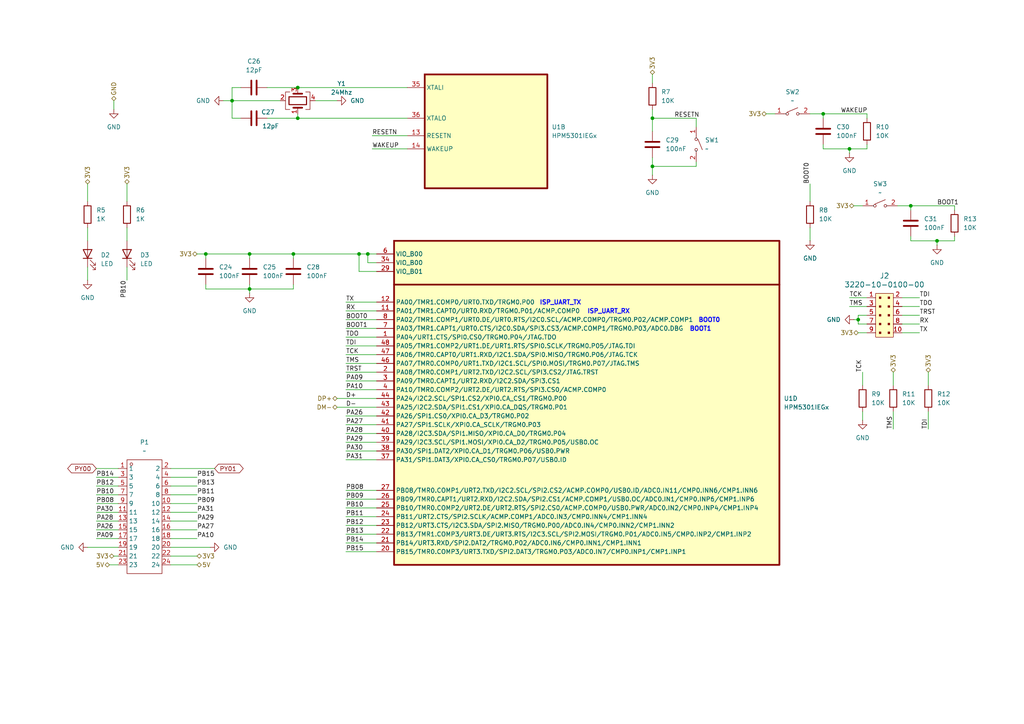
<source format=kicad_sch>
(kicad_sch (version 20250114) (generator "eeschema") (generator_version "9.0")
  (paper "A4")
  (title_block (title "HPM5301") (date "2025-10-19") (rev "V1.0") (company "GU2188"))
  (lib_symbols
    (symbol "Device:C" (pin_numbers (hide yes)) (pin_names (offset 0.254))
      (property "Reference" "C" (at 0.635 2.54 0))
      (property "Value" "C" (at 0.635 -2.54 0))
      (symbol "C_0_1"
        (polyline (pts (xy -2.032 0.762) (xy 2.032 0.762)) (stroke (width 0.508)))
        (polyline (pts (xy -2.032 -0.762) (xy 2.032 -0.762)) (stroke (width 0.508)))
      )
      (symbol "C_1_1"
        (pin passive line (at 0 3.81 270) (length 2.794) (name "~") (number "1"))
        (pin passive line (at 0 -3.81 90) (length 2.794) (name "~") (number "2"))
      )
    )
    (symbol "Device:Crystal_GND24" (pin_names (offset 1.016) (hide yes))
      (property "Reference" "Y" (at 3.175 5.08 0))
      (property "Value" "Crystal_GND24" (at 3.175 3.175 0))
      (symbol "Crystal_GND24_0_1"
        (polyline (pts (xy -2.54 2.286) (xy -2.54 3.556) (xy 2.54 3.556) (xy 2.54 2.286)))
        (polyline (pts (xy -2.54 0) (xy -2.032 0)))
        (polyline (pts (xy -2.54 -2.286) (xy -2.54 -3.556) (xy 2.54 -3.556) (xy 2.54 -2.286)))
        (polyline (pts (xy -2.032 -1.27) (xy -2.032 1.27)) (stroke (width 0.508)))
        (rectangle (start -1.143 2.54) (end 1.143 -2.54) (stroke (width 0.3048)))
        (polyline (pts (xy 0 3.556) (xy 0 3.81)))
        (polyline (pts (xy 0 -3.81) (xy 0 -3.556)))
        (polyline (pts (xy 2.032 0) (xy 2.54 0)))
        (polyline (pts (xy 2.032 -1.27) (xy 2.032 1.27)) (stroke (width 0.508)))
      )
      (symbol "Crystal_GND24_1_1"
        (pin passive line (at -3.81 0 0) (length 1.27) (name "1") (number "1"))
        (pin passive line (at 0 5.08 270) (length 1.27) (name "2") (number "2"))
        (pin passive line (at 0 -5.08 90) (length 1.27) (name "4") (number "4"))
        (pin passive line (at 3.81 0 180) (length 1.27) (name "3") (number "3"))
      )
    )
    (symbol "Device:LED" (pin_numbers (hide yes)) (pin_names (offset 1.016) (hide yes))
      (property "Reference" "D" (at 0 2.54 0))
      (property "Value" "LED" (at 0 -2.54 0))
      (symbol "LED_0_1"
        (polyline (pts (xy -3.048 -0.762) (xy -4.572 -2.286) (xy -3.81 -2.286) (xy -4.572 -2.286) (xy -4.572 -1.524)))
        (polyline (pts (xy -1.778 -0.762) (xy -3.302 -2.286) (xy -2.54 -2.286) (xy -3.302 -2.286) (xy -3.302 -1.524)))
        (polyline (pts (xy -1.27 0) (xy 1.27 0)))
        (polyline (pts (xy -1.27 -1.27) (xy -1.27 1.27)) (stroke (width 0.254)))
        (polyline (pts (xy 1.27 -1.27) (xy 1.27 1.27) (xy -1.27 0) (xy 1.27 -1.27)) (stroke (width 0.254)))
      )
      (symbol "LED_1_1"
        (pin passive line (at -3.81 0 0) (length 2.54) (name "K") (number "1"))
        (pin passive line (at 3.81 0 180) (length 2.54) (name "A") (number "2"))
      )
    )
    (symbol "Device:R" (pin_numbers (hide yes)) (pin_names (offset 0))
      (property "Reference" "R" (at 2.032 0 90))
      (property "Value" "R" (at 0 0 90))
      (symbol "R_0_1"
        (rectangle (start -1.016 -2.54) (end 1.016 2.54) (stroke (width 0.254)))
      )
      (symbol "R_1_1"
        (pin passive line (at 0 3.81 270) (length 1.27) (name "~") (number "1"))
        (pin passive line (at 0 -3.81 90) (length 1.27) (name "~") (number "2"))
      )
    )
    (symbol "EasyEDA_Lib:Female header2*12PRight Angle/pitch2.54mm"
      (property "Reference" "P" (at 0 0 0))
      (symbol "Female header2*12PRight Angle/pitch2.54mm_1_0"
        (rectangle (start -5.08 -16.51) (end 5.08 16.51))
        (circle (center -3.81 15.24) (radius 0.381))
        (pin input line (at -7.62 13.97 0) (length 2.54) (name "1") (number "1"))
        (pin input line (at -7.62 11.43 0) (length 2.54) (name "3") (number "3"))
        (pin input line (at -7.62 8.89 0) (length 2.54) (name "5") (number "5"))
        (pin input line (at -7.62 6.35 0) (length 2.54) (name "7") (number "7"))
        (pin input line (at -7.62 3.81 0) (length 2.54) (name "9") (number "9"))
        (pin input line (at -7.62 1.27 0) (length 2.54) (name "11") (number "11"))
        (pin input line (at -7.62 -1.27 0) (length 2.54) (name "13") (number "13"))
        (pin input line (at -7.62 -3.81 0) (length 2.54) (name "15") (number "15"))
        (pin input line (at -7.62 -6.35 0) (length 2.54) (name "17") (number "17"))
        (pin input line (at -7.62 -8.89 0) (length 2.54) (name "19") (number "19"))
        (pin input line (at -7.62 -11.43 0) (length 2.54) (name "21") (number "21"))
        (pin input line (at -7.62 -13.97 0) (length 2.54) (name "23") (number "23"))
        (pin input line (at 7.62 13.97 180) (length 2.54) (name "2") (number "2"))
        (pin input line (at 7.62 11.43 180) (length 2.54) (name "4") (number "4"))
        (pin input line (at 7.62 8.89 180) (length 2.54) (name "6") (number "6"))
        (pin input line (at 7.62 6.35 180) (length 2.54) (name "8") (number "8"))
        (pin input line (at 7.62 3.81 180) (length 2.54) (name "10") (number "10"))
        (pin input line (at 7.62 1.27 180) (length 2.54) (name "12") (number "12"))
        (pin input line (at 7.62 -1.27 180) (length 2.54) (name "14") (number "14"))
        (pin input line (at 7.62 -3.81 180) (length 2.54) (name "16") (number "16"))
        (pin input line (at 7.62 -6.35 180) (length 2.54) (name "18") (number "18"))
        (pin input line (at 7.62 -8.89 180) (length 2.54) (name "20") (number "20"))
        (pin input line (at 7.62 -11.43 180) (length 2.54) (name "22") (number "22"))
        (pin input line (at 7.62 -13.97 180) (length 2.54) (name "24") (number "24"))
      )
    )
    (symbol "EasyEDA_Lib:TS-1088R-02026"
      (property "Reference" "SW" (at 0 0 0))
      (symbol "TS-1088R-02026_1_0"
        (polyline (pts (xy -2.032 0) (xy -2.54 0)))
        (polyline (pts (xy -1.524 0.508) (xy 1.524 1.778)))
        (circle (center -1.524 0) (radius 0.381))
        (circle (center 1.524 0) (radius 0.381))
        (polyline (pts (xy 2.032 0) (xy 2.54 0)))
        (pin input line (at -5.08 0 0) (length 2.54) (name "1") (number "1"))
        (pin input line (at 5.08 0 180) (length 2.54) (name "2") (number "2"))
      )
    )
    (symbol "HPM5300_Library:HPM5301IEG1"
      (property "Reference" "U" (at 1.27 1.27 0))
      (property "Value" "HPM5301IEGx" (at 15.24 1.27 0))
      (symbol "HPM5301IEG1_1_0"
        (pin power_in line (at 38.1 -21.59 180) (length 2.54) (name "VSS") (number "49"))
      )
      (symbol "HPM5301IEG1_1_1"
        (rectangle (start 0 0) (end 35.56 -60.96) (stroke (width 0.508)) (fill (type background)))
        (polyline (pts (xy 0 -44.45) (xy 35.56 -44.45)) (stroke (width 0.508)))
        (rectangle (start 1.27 -5.08) (end 8.89 -7.62))
        (polyline (pts (xy 8.89 -6.35) (xy 14.605 -6.35) (xy 14.605 -10.16) (xy 13.97 -9.525) (xy 14.605 -10.16) (xy 15.24 -9.525)))
        (rectangle (start 10.16 -10.16) (end 17.78 -12.7))
        (polyline (pts (xy 14.605 -12.7) (xy 14.605 -16.51) (xy 8.89 -16.51) (xy 9.525 -15.875) (xy 8.89 -16.51) (xy 9.525 -17.145)))
        (text "Internal" (at 5.08 -6.35 0) (effects (font (size 1.27 1.27))))
        (text "DCDC_Domain" (at 10.16 -2.54 0) (effects (font (size 1.778 1.778))))
        (text "Analog_Domain" (at 11.43 -46.99 0) (effects (font (size 1.778 1.778))))
        (text "DCDC" (at 13.97 -11.43 0) (effects (font (size 1.27 1.27))))
        (pin power_in line (at -5.08 -16.51 0) (length 5.08) (name "DCDC_LP") (number "15"))
        (pin power_in line (at -5.08 -55.88 0) (length 5.08) (name "VANA") (number "32"))
        (pin power_in line (at 40.64 -6.35 180) (length 5.08) (name "VDD_SOC") (number "5"))
        (pin power_in line (at 40.64 -8.89 180) (length 5.08) (name "VDD_SOC") (number "9"))
        (pin power_in line (at 40.64 -11.43 180) (length 5.08) (name "VDD_SOC") (number "28"))
        (pin power_in line (at 40.64 -13.97 180) (length 5.08) (name "VDD_SOC") (number "33"))
        (pin power_in line (at 40.64 -16.51 180) (length 5.08) (name "VDD_SOC") (number "45"))
        (pin power_in line (at 40.64 -49.53 180) (length 5.08) (name "VREFH") (number "31"))
        (pin power_in line (at 40.64 -55.88 180) (length 5.08) (name "VREFL") (number "30"))
      )
      (symbol "HPM5301IEG1_2_1"
        (rectangle (start 0 0) (end 35.56 -33.02) (stroke (width 0.508)) (fill (type background)))
        (pin input line (at -5.08 -3.81 0) (length 5.08) (name "XTALI") (number "35"))
        (pin output line (at -5.08 -12.7 0) (length 5.08) (name "XTALO") (number "36"))
        (pin input line (at -5.08 -17.78 0) (length 5.08) (name "RESETN") (number "13"))
        (pin input line (at -5.08 -21.59 0) (length 5.08) (name "WAKEUP") (number "14"))
      )
      (symbol "HPM5301IEG1_3_0"
        (polyline (pts (xy 8.89 -5.08) (xy 60.96 -5.08) (xy 59.944 -4.572) (xy 60.96 -5.08) (xy 59.944 -5.588)))
        (polyline (pts (xy 8.89 -13.97) (xy 60.96 -13.97) (xy 59.944 -13.462) (xy 60.96 -13.97) (xy 59.944 -14.478)))
        (polyline (pts (xy 66.04 -5.08) (xy 116.84 -5.08) (xy 115.824 -4.572) (xy 116.84 -5.08) (xy 115.824 -5.588)))
        (polyline (pts (xy 66.04 -13.97) (xy 116.84 -13.97) (xy 115.824 -13.462) (xy 116.84 -13.97) (xy 115.824 -14.478)))
      )
      (symbol "HPM5301IEG1_3_1"
        (rectangle (start 0 0) (end 130.81 -33.02) (stroke (width 0.508)) (fill (type background)))
        (polyline (pts (xy 0 -17.78) (xy 130.81 -17.78)) (stroke (width 0.508)))
        (polyline (pts (xy 8.89 -12.7) (xy 8.89 -5.08) (xy 8.89 -13.97)))
        (rectangle (start 60.96 -3.81) (end 66.04 -6.35))
        (rectangle (start 60.96 -12.7) (end 66.04 -15.24))
        (text "LDO" (at 63.5 -5.08 0) (effects (font (size 1.27 1.27))))
        (text "LDO" (at 63.5 -13.97 0) (effects (font (size 1.27 1.27))))
        (pin power_in line (at -5.08 -5.08 0) (length 5.08) (name "VPMC") (number "16"))
        (pin bidirectional line (at -5.08 -24.13 0) (length 5.08) (name "PY00/URT0.TXD/USB0.ID/PMIC_PY00/PURT.TXD/PTMR.COMP0/SOC.GPIO_Y00") (number "19"))
        (pin bidirectional line (at -5.08 -26.67 0) (length 5.08) (name "PY01/URT0.RXD/WDG0.RST/USB0.OC/PMIC_PY01/PURT.RXD/PTMR.COMP1/SOC.GPIO_Y01") (number "18"))
        (pin power_out line (at 135.89 -5.08 180) (length 5.08) (name "VDD_PMCCAP") (number "17"))
        (pin power_out line (at 135.89 -13.97 180) (length 5.08) (name "VDD_OTPCAP") (number "10"))
      )
      (symbol "HPM5301IEG1_4_1"
        (rectangle (start 0 0) (end 111.76 -93.98) (stroke (width 0.508)) (fill (type background)))
        (polyline (pts (xy 0 -12.7) (xy 111.76 -12.7)) (stroke (width 0.5)))
        (text "ISP_UART_TX" (at 48.26 -17.78 0) (effects (font (size 1.27 1.27) (bold yes))))
        (text "ISP_UART_RX" (at 62.23 -20.32 0) (effects (font (size 1.27 1.27) (bold yes))))
        (text "BOOT1" (at 88.9 -25.4 0) (effects (font (size 1.27 1.27) (bold yes))))
        (text "BOOT0" (at 91.44 -22.86 0) (effects (font (size 1.27 1.27) (bold yes))))
        (pin power_in line (at -5.08 -3.81 0) (length 5.08) (name "VIO_B00") (number "6"))
        (pin power_in line (at -5.08 -6.35 0) (length 5.08) (name "VIO_B00") (number "34"))
        (pin power_in line (at -5.08 -8.89 0) (length 5.08) (name "VIO_B01") (number "29"))
        (pin bidirectional line (at -5.08 -17.78 0) (length 5.08) (name "PA00/TMR1.COMP0/URT0.TXD/TRGM0.P00") (number "12"))
        (pin bidirectional line (at -5.08 -20.32 0) (length 5.08) (name "PA01/TMR1.CAPT0/URT0.RXD/TRGM0.P01/ACMP.COMP0") (number "11"))
        (pin bidirectional line (at -5.08 -22.86 0) (length 5.08) (name "PA02/TMR1.COMP1/URT0.DE/URT0.RTS/I2C0.SCL/ACMP.COMP0/TRGM0.P02/ACMP.COMP1") (number "8"))
        (pin bidirectional line (at -5.08 -25.4 0) (length 5.08) (name "PA03/TMR1.CAPT1/URT0.CTS/I2C0.SDA/SPI3.CS3/ACMP.COMP1/TRGM0.P03/ADC0.DBG") (number "7"))
        (pin bidirectional line (at -5.08 -27.94 0) (length 5.08) (name "PA04/URT1.CTS/SPI0.CS0/TRGM0.P04/JTAG.TDO") (number "1"))
        (pin bidirectional line (at -5.08 -30.48 0) (length 5.08) (name "PA05/TMR1.COMP2/URT1.DE/URT1.RTS/SPI0.SCLK/TRGM0.P05/JTAG.TDI") (number "48"))
        (pin bidirectional line (at -5.08 -33.02 0) (length 5.08) (name "PA06/TMR0.CAPT0/URT1.RXD/I2C1.SDA/SPI0.MISO/TRGM0.P06/JTAG.TCK") (number "47"))
        (pin bidirectional line (at -5.08 -35.56 0) (length 5.08) (name "PA07/TMR0.COMP0/URT1.TXD/I2C1.SCL/SPI0.MOSI/TRGM0.P07/JTAG.TMS") (number "46"))
        (pin bidirectional line (at -5.08 -38.1 0) (length 5.08) (name "PA08/TMR0.COMP1/URT2.TXD/I2C2.SCL/SPI3.CS2/JTAG.TRST") (number "2"))
        (pin bidirectional line (at -5.08 -40.64 0) (length 5.08) (name "PA09/TMR0.CAPT1/URT2.RXD/I2C2.SDA/SPI3.CS1") (number "3"))
        (pin bidirectional line (at -5.08 -43.18 0) (length 5.08) (name "PA10/TMR0.COMP2/URT2.DE/URT2.RTS/SPI3.CS0/ACMP.COMP0") (number "4"))
        (pin bidirectional line (at -5.08 -45.72 0) (length 5.08) (name "PA24/I2C2.SCL/SPI1.CS2/XPI0.CA_CS1/TRGM0.P00") (number "44"))
        (pin bidirectional line (at -5.08 -48.26 0) (length 5.08) (name "PA25/I2C2.SDA/SPI1.CS1/XPI0.CA_DQS/TRGM0.P01") (number "43"))
        (pin bidirectional line (at -5.08 -50.8 0) (length 5.08) (name "PA26/SPI1.CS0/XPI0.CA_D3/TRGM0.P02") (number "42"))
        (pin bidirectional line (at -5.08 -53.34 0) (length 5.08) (name "PA27/SPI1.SCLK/XPI0.CA_SCLK/TRGM0.P03") (number "41"))
        (pin bidirectional line (at -5.08 -55.88 0) (length 5.08) (name "PA28/I2C3.SDA/SPI1.MISO/XPI0.CA_D0/TRGM0.P04") (number "40"))
        (pin bidirectional line (at -5.08 -58.42 0) (length 5.08) (name "PA29/I2C3.SCL/SPI1.MOSI/XPI0.CA_D2/TRGM0.P05/USB0.OC") (number "39"))
        (pin bidirectional line (at -5.08 -60.96 0) (length 5.08) (name "PA30/SPI1.DAT2/XPI0.CA_D1/TRGM0.P06/USB0.PWR") (number "38"))
        (pin bidirectional line (at -5.08 -63.5 0) (length 5.08) (name "PA31/SPI1.DAT3/XPI0.CA_CS0/TRGM0.P07/USB0.ID") (number "37"))
        (pin bidirectional line (at -5.08 -72.39 0) (length 5.08) (name "PB08/TMR0.COMP1/URT2.TXD/I2C2.SCL/SPI2.CS2/ACMP.COMP0/USB0.ID/ADC0.IN11/CMP0.INN6/CMP1.INN6") (number "27"))
        (pin bidirectional line (at -5.08 -74.93 0) (length 5.08) (name "PB09/TMR0.CAPT1/URT2.RXD/I2C2.SDA/SPI2.CS1/ACMP.COMP1/USB0.OC/ADC0.IN1/CMP0.INP6/CMP1.INP6") (number "26"))
        (pin bidirectional line (at -5.08 -77.47 0) (length 5.08) (name "PB10/TMR0.COMP2/URT2.DE/URT2.RTS/SPI2.CS0/ACMP.COMP0/USB0.PWR/ADC0.IN2/CMP0.INP4/CMP1.INP4") (number "25"))
        (pin bidirectional line (at -5.08 -80.01 0) (length 5.08) (name "PB11/URT2.CTS/SPI2.SCLK/ACMP.COMP1/ADC0.IN3/CMP0.INN4/CMP1.INN4") (number "24"))
        (pin bidirectional line (at -5.08 -82.55 0) (length 5.08) (name "PB12/URT3.CTS/I2C3.SDA/SPI2.MISO/TRGM0.P00/ADC0.IN4/CMP0.INN2/CMP1.INN2") (number "23"))
        (pin bidirectional line (at -5.08 -85.09 0) (length 5.08) (name "PB13/TMR1.COMP3/URT3.DE/URT3.RTS/I2C3.SCL/SPI2.MOSI/TRGM0.P01/ADC0.IN5/CMP0.INP2/CMP1.INP2") (number "22"))
        (pin bidirectional line (at -5.08 -87.63 0) (length 5.08) (name "PB14/URT3.RXD/SPI2.DAT2/TRGM0.P02/ADC0.IN6/CMP0.INN1/CMP1.INN1") (number "21"))
        (pin bidirectional line (at -5.08 -90.17 0) (length 5.08) (name "PB15/TMR0.COMP3/URT3.TXD/SPI2.DAT3/TRGM0.P03/ADC0.IN7/CMP0.INP1/CMP1.INP1") (number "20"))
      )
    )
    (symbol "dk_Rectangular-Connectors-Headers-Male-Pins:3220-10-0100-00" (pin_names (offset 1.016))
      (property "Reference" "J" (at -2.54 7.62 0))
      (property "Value" "3220-10-0100-00" (at 0 -8.89 0))
      (symbol "3220-10-0100-00_0_1"
        (rectangle (start -2.54 6.35) (end 2.54 -6.35) (fill (type background)))
        (rectangle (start -1.524 5.334) (end -1.016 4.826) (fill (type outline)))
        (rectangle (start -1.524 2.794) (end -1.016 2.286) (fill (type outline)))
        (rectangle (start -1.524 0.254) (end -1.016 -0.254) (fill (type outline)))
        (rectangle (start -1.524 -2.286) (end -1.016 -2.794) (fill (type outline)))
        (rectangle (start -1.524 -4.826) (end -1.016 -5.334) (fill (type outline)))
        (rectangle (start 1.016 5.334) (end 1.524 4.826) (fill (type outline)))
        (rectangle (start 1.016 2.794) (end 1.524 2.286) (fill (type outline)))
        (rectangle (start 1.016 0.254) (end 1.524 -0.254) (fill (type outline)))
        (rectangle (start 1.016 -2.286) (end 1.524 -2.794) (fill (type outline)))
        (rectangle (start 1.016 -4.826) (end 1.524 -5.334) (fill (type outline)))
      )
      (symbol "3220-10-0100-00_1_1"
        (pin passive line (at -5.08 5.08 0) (length 2.54) (name "~") (number "1"))
        (pin passive line (at -5.08 2.54 0) (length 2.54) (name "~") (number "3"))
        (pin passive line (at -5.08 0 0) (length 2.54) (name "~") (number "5"))
        (pin passive line (at -5.08 -2.54 0) (length 2.54) (name "~") (number "7"))
        (pin passive line (at -5.08 -5.08 0) (length 2.54) (name "~") (number "9"))
        (pin passive line (at 5.08 5.08 180) (length 2.54) (name "~") (number "2"))
        (pin passive line (at 5.08 2.54 180) (length 2.54) (name "~") (number "4"))
        (pin passive line (at 5.08 0 180) (length 2.54) (name "~") (number "6"))
        (pin passive line (at 5.08 -2.54 180) (length 2.54) (name "~") (number "8"))
        (pin passive line (at 5.08 -5.08 180) (length 2.54) (name "~") (number "10"))
      )
    )
    (symbol "power:GND" (power) (pin_numbers (hide yes)) (pin_names (offset 0) (hide yes))
      (property "Value" "GND" (at 0 -3.81 0))
      (symbol "GND_0_1"
        (polyline (pts (xy 0 0) (xy 0 -1.27) (xy 1.27 -1.27) (xy 0 -2.54) (xy -1.27 -1.27) (xy 0 -1.27)))
      )
      (symbol "GND_1_1"
        (pin power_in line (at 0 0 270) (length 0) (name "~") (number "1"))
      )
    )
  )
  (junction (at 106.68 73.66))
  (junction (at 189.23 48.26))
  (junction (at 86.36 25.4))
  (junction (at 67.31 29.21))
  (junction (at 72.39 73.66))
  (junction (at 248.92 92.71))
  (junction (at 246.38 43.18))
  (junction (at 85.09 73.66))
  (junction (at 86.36 34.29))
  (junction (at 104.14 73.66))
  (junction (at 271.78 69.85))
  (junction (at 264.16 59.69))
  (junction (at 59.69 73.66))
  (junction (at 189.23 34.29))
  (junction (at 72.39 83.82))
  (junction (at 238.76 33.02))
  (wire (pts (xy 259.08 107.95) (xy 259.08 111.76)))
  (wire (pts (xy 97.79 118.11) (xy 109.22 118.11)))
  (wire (pts (xy 100.33 87.63) (xy 109.22 87.63)))
  (wire (pts (xy 250.19 107.95) (xy 250.19 111.76)))
  (wire (pts (xy 269.24 107.95) (xy 269.24 111.76)))
  (wire (pts (xy 72.39 73.66) (xy 72.39 74.93)))
  (wire (pts (xy 77.47 25.4) (xy 86.36 25.4)))
  (wire (pts (xy 251.46 43.18) (xy 246.38 43.18)))
  (wire (pts (xy 246.38 88.9) (xy 251.46 88.9)))
  (wire (pts (xy 276.86 60.96) (xy 276.86 59.69)))
  (wire (pts (xy 189.23 45.72) (xy 189.23 48.26)))
  (wire (pts (xy 247.65 92.71) (xy 248.92 92.71)))
  (wire (pts (xy 27.94 135.89) (xy 34.29 135.89)))
  (wire (pts (xy 49.53 135.89) (xy 62.23 135.89)))
  (wire (pts (xy 86.36 25.4) (xy 118.11 25.4)))
  (wire (pts (xy 36.83 77.47) (xy 36.83 81.28)))
  (wire (pts (xy 85.09 82.55) (xy 85.09 83.82)))
  (wire (pts (xy 109.22 76.2) (xy 106.68 76.2)))
  (wire (pts (xy 100.33 102.87) (xy 109.22 102.87)))
  (wire (pts (xy 36.83 66.04) (xy 36.83 69.85)))
  (wire (pts (xy 27.94 156.21) (xy 34.29 156.21)))
  (wire (pts (xy 25.4 53.34) (xy 25.4 58.42)))
  (wire (pts (xy 49.53 156.21) (xy 57.15 156.21)))
  (wire (pts (xy 266.7 86.36) (xy 261.62 86.36)))
  (wire (pts (xy 189.23 48.26) (xy 189.23 50.8)))
  (wire (pts (xy 100.33 113.03) (xy 109.22 113.03)))
  (wire (pts (xy 238.76 34.29) (xy 238.76 33.02)))
  (wire (pts (xy 100.33 144.78) (xy 109.22 144.78)))
  (wire (pts (xy 100.33 142.24) (xy 109.22 142.24)))
  (wire (pts (xy 49.53 153.67) (xy 57.15 153.67)))
  (wire (pts (xy 85.09 83.82) (xy 72.39 83.82)))
  (wire (pts (xy 57.15 73.66) (xy 59.69 73.66)))
  (wire (pts (xy 100.33 154.94) (xy 109.22 154.94)))
  (wire (pts (xy 100.33 100.33) (xy 109.22 100.33)))
  (wire (pts (xy 49.53 148.59) (xy 57.15 148.59)))
  (wire (pts (xy 67.31 34.29) (xy 67.31 29.21)))
  (wire (pts (xy 59.69 74.93) (xy 59.69 73.66)))
  (wire (pts (xy 33.02 161.29) (xy 34.29 161.29)))
  (wire (pts (xy 27.94 151.13) (xy 34.29 151.13)))
  (wire (pts (xy 264.16 60.96) (xy 264.16 59.69)))
  (wire (pts (xy 189.23 34.29) (xy 201.93 34.29)))
  (wire (pts (xy 100.33 105.41) (xy 109.22 105.41)))
  (wire (pts (xy 100.33 147.32) (xy 109.22 147.32)))
  (wire (pts (xy 246.38 86.36) (xy 251.46 86.36)))
  (wire (pts (xy 276.86 68.58) (xy 276.86 69.85)))
  (wire (pts (xy 251.46 33.02) (xy 238.76 33.02)))
  (wire (pts (xy 100.33 157.48) (xy 109.22 157.48)))
  (wire (pts (xy 85.09 73.66) (xy 104.14 73.66)))
  (wire (pts (xy 25.4 77.47) (xy 25.4 81.28)))
  (wire (pts (xy 250.19 119.38) (xy 250.19 121.92)))
  (wire (pts (xy 36.83 53.34) (xy 36.83 58.42)))
  (wire (pts (xy 251.46 34.29) (xy 251.46 33.02)))
  (wire (pts (xy 266.7 91.44) (xy 261.62 91.44)))
  (wire (pts (xy 100.33 92.71) (xy 109.22 92.71)))
  (wire (pts (xy 59.69 73.66) (xy 72.39 73.66)))
  (wire (pts (xy 264.16 68.58) (xy 264.16 69.85)))
  (wire (pts (xy 201.93 36.83) (xy 201.93 34.29)))
  (wire (pts (xy 100.33 97.79) (xy 109.22 97.79)))
  (wire (pts (xy 59.69 83.82) (xy 72.39 83.82)))
  (wire (pts (xy 85.09 74.93) (xy 85.09 73.66)))
  (wire (pts (xy 234.95 66.04) (xy 234.95 69.85)))
  (wire (pts (xy 49.53 163.83) (xy 57.15 163.83)))
  (wire (pts (xy 248.92 96.52) (xy 251.46 96.52)))
  (wire (pts (xy 246.38 43.18) (xy 246.38 44.45)))
  (wire (pts (xy 100.33 149.86) (xy 109.22 149.86)))
  (wire (pts (xy 100.33 152.4) (xy 109.22 152.4)))
  (wire (pts (xy 57.15 161.29) (xy 49.53 161.29)))
  (wire (pts (xy 69.85 34.29) (xy 67.31 34.29)))
  (wire (pts (xy 107.95 39.37) (xy 118.11 39.37)))
  (wire (pts (xy 271.78 69.85) (xy 271.78 71.12)))
  (wire (pts (xy 49.53 143.51) (xy 57.15 143.51)))
  (wire (pts (xy 107.95 43.18) (xy 118.11 43.18)))
  (wire (pts (xy 49.53 146.05) (xy 57.15 146.05)))
  (wire (pts (xy 27.94 146.05) (xy 34.29 146.05)))
  (wire (pts (xy 251.46 93.98) (xy 248.92 93.98)))
  (wire (pts (xy 67.31 25.4) (xy 67.31 29.21)))
  (wire (pts (xy 100.33 123.19) (xy 109.22 123.19)))
  (wire (pts (xy 49.53 151.13) (xy 57.15 151.13)))
  (wire (pts (xy 276.86 59.69) (xy 264.16 59.69)))
  (wire (pts (xy 266.7 93.98) (xy 261.62 93.98)))
  (wire (pts (xy 100.33 130.81) (xy 109.22 130.81)))
  (wire (pts (xy 259.08 124.46) (xy 259.08 119.38)))
  (wire (pts (xy 266.7 96.52) (xy 261.62 96.52)))
  (wire (pts (xy 100.33 133.35) (xy 109.22 133.35)))
  (wire (pts (xy 264.16 59.69) (xy 260.35 59.69)))
  (wire (pts (xy 100.33 95.25) (xy 109.22 95.25)))
  (wire (pts (xy 86.36 34.29) (xy 118.11 34.29)))
  (wire (pts (xy 25.4 66.04) (xy 25.4 69.85)))
  (wire (pts (xy 27.94 138.43) (xy 34.29 138.43)))
  (wire (pts (xy 27.94 143.51) (xy 34.29 143.51)))
  (wire (pts (xy 72.39 73.66) (xy 85.09 73.66)))
  (wire (pts (xy 248.92 92.71) (xy 248.92 91.44)))
  (wire (pts (xy 59.69 82.55) (xy 59.69 83.82)))
  (wire (pts (xy 201.93 46.99) (xy 201.93 48.26)))
  (wire (pts (xy 69.85 25.4) (xy 67.31 25.4)))
  (wire (pts (xy 106.68 76.2) (xy 106.68 73.66)))
  (wire (pts (xy 104.14 73.66) (xy 106.68 73.66)))
  (wire (pts (xy 91.44 29.21) (xy 97.79 29.21)))
  (wire (pts (xy 189.23 34.29) (xy 189.23 38.1)))
  (wire (pts (xy 27.94 140.97) (xy 34.29 140.97)))
  (wire (pts (xy 100.33 110.49) (xy 109.22 110.49)))
  (wire (pts (xy 97.79 115.57) (xy 109.22 115.57)))
  (wire (pts (xy 222.25 33.02) (xy 224.79 33.02)))
  (wire (pts (xy 27.94 148.59) (xy 34.29 148.59)))
  (wire (pts (xy 72.39 82.55) (xy 72.39 83.82)))
  (wire (pts (xy 49.53 158.75) (xy 60.96 158.75)))
  (wire (pts (xy 238.76 33.02) (xy 234.95 33.02)))
  (wire (pts (xy 100.33 160.02) (xy 109.22 160.02)))
  (wire (pts (xy 33.02 29.21) (xy 33.02 31.75)))
  (wire (pts (xy 238.76 43.18) (xy 246.38 43.18)))
  (wire (pts (xy 106.68 73.66) (xy 109.22 73.66)))
  (wire (pts (xy 77.47 34.29) (xy 86.36 34.29)))
  (wire (pts (xy 234.95 53.34) (xy 234.95 58.42)))
  (wire (pts (xy 86.36 33.02) (xy 86.36 34.29)))
  (wire (pts (xy 31.75 163.83) (xy 34.29 163.83)))
  (wire (pts (xy 72.39 83.82) (xy 72.39 85.09)))
  (wire (pts (xy 238.76 41.91) (xy 238.76 43.18)))
  (wire (pts (xy 100.33 90.17) (xy 109.22 90.17)))
  (wire (pts (xy 49.53 138.43) (xy 57.15 138.43)))
  (wire (pts (xy 104.14 78.74) (xy 104.14 73.66)))
  (wire (pts (xy 266.7 88.9) (xy 261.62 88.9)))
  (wire (pts (xy 264.16 69.85) (xy 271.78 69.85)))
  (wire (pts (xy 248.92 91.44) (xy 251.46 91.44)))
  (wire (pts (xy 189.23 31.75) (xy 189.23 34.29)))
  (wire (pts (xy 109.22 78.74) (xy 104.14 78.74)))
  (wire (pts (xy 64.77 29.21) (xy 67.31 29.21)))
  (wire (pts (xy 100.33 128.27) (xy 109.22 128.27)))
  (wire (pts (xy 269.24 124.46) (xy 269.24 119.38)))
  (wire (pts (xy 251.46 41.91) (xy 251.46 43.18)))
  (wire (pts (xy 276.86 69.85) (xy 271.78 69.85)))
  (wire (pts (xy 189.23 21.59) (xy 189.23 24.13)))
  (wire (pts (xy 100.33 107.95) (xy 109.22 107.95)))
  (wire (pts (xy 100.33 120.65) (xy 109.22 120.65)))
  (wire (pts (xy 201.93 48.26) (xy 189.23 48.26)))
  (wire (pts (xy 67.31 29.21) (xy 81.28 29.21)))
  (wire (pts (xy 248.92 92.71) (xy 248.92 93.98)))
  (wire (pts (xy 49.53 140.97) (xy 57.15 140.97)))
  (wire (pts (xy 100.33 125.73) (xy 109.22 125.73)))
  (wire (pts (xy 247.65 59.69) (xy 250.19 59.69)))
  (wire (pts (xy 25.4 158.75) (xy 34.29 158.75)))
  (wire (pts (xy 27.94 153.67) (xy 34.29 153.67)))
  (label "BOOT0" (at 100.33 92.71 0))
  (label "PA10" (at 57.15 156.21 0))
  (label "PA26" (at 27.94 153.67 0))
  (label "BOOT1" (at 100.33 95.25 0))
  (label "BOOT0" (at 234.95 53.34 90))
  (label "TX" (at 266.7 96.52 0))
  (label "TCK" (at 250.19 107.95 90))
  (label "TDI" (at 266.7 86.36 0))
  (label "TX" (at 100.33 87.63 0))
  (label "PA31" (at 57.15 148.59 0))
  (label "RX" (at 100.33 90.17 0))
  (label "PB11" (at 100.33 149.86 0))
  (label "PB10" (at 100.33 147.32 0))
  (label "PB08" (at 100.33 142.24 0))
  (label "PB09" (at 100.33 144.78 0))
  (label "PB12" (at 100.33 152.4 0))
  (label "PB13" (at 100.33 154.94 0))
  (label "PB14" (at 100.33 157.48 0))
  (label "PB15" (at 100.33 160.02 0))
  (label "TMS" (at 259.08 124.46 90))
  (label "TRST" (at 266.7 91.44 0))
  (label "TDI" (at 100.33 100.33 0))
  (label "RX" (at 266.7 93.98 0))
  (label "PB10" (at 36.83 81.28 270))
  (label "PB09" (at 57.15 146.05 0))
  (label "TRST" (at 100.33 107.95 0))
  (label "D-" (at 100.33 118.11 0))
  (label "PB13" (at 57.15 140.97 0))
  (label "PA29" (at 57.15 151.13 0))
  (label "D+" (at 100.33 115.57 0))
  (label "PB10" (at 27.94 143.51 0))
  (label "PA09" (at 100.33 110.49 0))
  (label "PA10" (at 100.33 113.03 0))
  (label "PA27" (at 100.33 123.19 0))
  (label "PA28" (at 100.33 125.73 0))
  (label "PA29" (at 100.33 128.27 0))
  (label "PA30" (at 100.33 130.81 0))
  (label "PA31" (at 100.33 133.35 0))
  (label "PA26" (at 100.33 120.65 0))
  (label "PB14" (at 27.94 138.43 0))
  (label "TMS" (at 100.33 105.41 0))
  (label "PB15" (at 57.15 138.43 0))
  (label "WAKEUP" (at 243.84 33.02 0))
  (label "TDO" (at 100.33 97.79 0))
  (label "PA09" (at 27.94 156.21 0))
  (label "PB08" (at 27.94 146.05 0))
  (label "TMS" (at 246.38 88.9 0))
  (label "TDO" (at 266.7 88.9 0))
  (label "RESETN" (at 107.95 39.37 0))
  (label "WAKEUP" (at 107.95 43.18 0))
  (label "TCK" (at 100.33 102.87 0))
  (label "PB11" (at 57.15 143.51 0))
  (label "PA30" (at 27.94 148.59 0))
  (label "PB12" (at 27.94 140.97 0))
  (label "RESETN" (at 195.58 34.29 0))
  (label "TDI" (at 269.24 124.46 90))
  (label "PA27" (at 57.15 153.67 0))
  (label "TCK" (at 246.38 86.36 0))
  (label "PA28" (at 27.94 151.13 0))
  (label "BOOT1" (at 271.78 59.69 0))
  (global_label "PY00" (shape bidirectional) (at 27.94 135.89 180) (property "Intersheetrefs" "${INTERSHEET_REFS}" (effects (hide yes))))
  (global_label "PY01" (shape bidirectional) (at 62.23 135.89 0) (property "Intersheetrefs" "${INTERSHEET_REFS}" (effects (hide yes))))
  (hierarchical_label "3V3" (shape bidirectional) (at 33.02 161.29 180))
  (hierarchical_label "3V3" (shape bidirectional) (at 269.24 107.95 90))
  (hierarchical_label "3V3" (shape bidirectional) (at 57.15 161.29 0))
  (hierarchical_label "3V3" (shape bidirectional) (at 248.92 96.52 180))
  (hierarchical_label "5V" (shape bidirectional) (at 57.15 163.83 0))
  (hierarchical_label "3V3" (shape bidirectional) (at 259.08 107.95 90))
  (hierarchical_label "DM-" (shape bidirectional) (at 97.79 118.11 180))
  (hierarchical_label "DP+" (shape bidirectional) (at 97.79 115.57 180))
  (hierarchical_label "3V3" (shape bidirectional) (at 222.25 33.02 180))
  (hierarchical_label "5V" (shape bidirectional) (at 31.75 163.83 180))
  (hierarchical_label "3V3" (shape bidirectional) (at 57.15 73.66 180))
  (hierarchical_label "3V3" (shape bidirectional) (at 247.65 59.69 180))
  (hierarchical_label "3V3" (shape bidirectional) (at 189.23 21.59 90))
  (hierarchical_label "3V3" (shape bidirectional) (at 25.4 53.34 90))
  (hierarchical_label "GND" (shape bidirectional) (at 33.02 29.21 90))
  (hierarchical_label "3V3" (shape bidirectional) (at 36.83 53.34 90))
  (symbol (lib_id "Device:C") (at 238.76 38.1 0) (unit 1)
    (property "Reference" "C30" (at 242.57 36.8299 0) (effects (justify left)))
    (property "Value" "100nF" (at 242.57 39.3699 0) (effects (justify left)))
    (property "Footprint" "Capacitor_SMD:C_0402_1005Metric" (effects (hide yes)))
    (property "Description" "Unpolarized capacitor" (effects (hide yes)))
  )
  (symbol (lib_id "power:GND") (at 234.95 69.85 0) (unit 1)
    (property "Reference" "#PWR023" (effects (hide yes)))
    (property "Value" "GND" (at 234.95 74.93 0))
    (property "Description" "Power symbol creates a global label with name \"GND\" , ground" (effects (hide yes)))
  )
  (symbol (lib_id "power:GND") (at 189.23 50.8 0) (unit 1)
    (property "Reference" "#PWR022" (effects (hide yes)))
    (property "Value" "GND" (at 189.23 55.88 0))
    (property "Description" "Power symbol creates a global label with name \"GND\" , ground" (effects (hide yes)))
  )
  (symbol (lib_id "Device:C") (at 85.09 78.74 0) (unit 1)
    (property "Reference" "C28" (at 88.9 77.4699 0) (effects (justify left)))
    (property "Value" "100nF" (at 88.9 80.0099 0) (effects (justify left)))
    (property "Footprint" "Capacitor_SMD:C_0402_1005Metric" (effects (hide yes)))
    (property "Description" "Unpolarized capacitor" (effects (hide yes)))
  )
  (symbol (lib_id "HPM5300_Library:HPM5301IEG1") (at 114.3 69.85 0) (unit 4)
    (property "Reference" "U1" (at 227.33 115.5699 0) (effects (justify left)))
    (property "Value" "HPM5301IEGx" (at 227.33 118.1099 0) (effects (justify left)))
    (property "Footprint" "HPM_footprints:QFN-48_6x6mm_P0.4mm_EP4.2x4.2mm" (effects (hide yes)))
  )
  (symbol (lib_id "dk_Rectangular-Connectors-Headers-Male-Pins:3220-10-0100-00") (at 256.54 91.44 0) (unit 1)
    (property "Reference" "J2" (at 256.54 80.01 0) (effects (font (size 1.524 1.524))))
    (property "Value" "3220-10-0100-00" (at 256.54 82.55 0) (effects (font (size 1.524 1.524))))
    (property "Footprint" "digikey-footprints:PinHeader_2x5_P1.27mm_Drill.7mm" (effects (hide yes)))
    (property "Datasheet" "http://cnctech.us/pdfs/3220-XX-0100-00.pdf" (effects (hide yes)))
    (property "Description" "CONN HEADER VERT 10POS 1.27MM" (effects (hide yes)))
    (property "Digi-Key_PN" "1175-1627-ND" (effects (hide yes)))
    (property "MPN" "3220-10-0100-00" (effects (hide yes)))
    (property "Category" "Connectors, Interconnects" (effects (hide yes)))
    (property "Family" "Rectangular Connectors - Headers, Male Pins" (effects (hide yes)))
    (property "DK_Datasheet_Link" "http://cnctech.us/pdfs/3220-XX-0100-00.pdf" (effects (hide yes)))
    (property "DK_Detail_Page" "/product-detail/en/cnc-tech/3220-10-0100-00/1175-1627-ND/3883661" (effects (hide yes)))
    (property "Description_1" "CONN HEADER VERT 10POS 1.27MM" (effects (hide yes)))
    (property "Manufacturer" "CNC Tech" (effects (hide yes)))
    (property "Status" "Active" (effects (hide yes)))
  )
  (symbol (lib_id "power:GND") (at 64.77 29.21 270) (unit 1)
    (property "Reference" "#PWR019" (effects (hide yes)))
    (property "Value" "GND" (at 60.96 29.2099 90) (effects (justify right)))
    (property "Description" "Power symbol creates a global label with name \"GND\" , ground" (effects (hide yes)))
  )
  (symbol (lib_id "power:GND") (at 246.38 44.45 0) (unit 1)
    (property "Reference" "#PWR024" (effects (hide yes)))
    (property "Value" "GND" (at 246.38 49.53 0))
    (property "Description" "Power symbol creates a global label with name \"GND\" , ground" (effects (hide yes)))
  )
  (symbol (lib_id "Device:C") (at 189.23 41.91 0) (unit 1)
    (property "Reference" "C29" (at 193.04 40.6399 0) (effects (justify left)))
    (property "Value" "100nF" (at 193.04 43.1799 0) (effects (justify left)))
    (property "Footprint" "Capacitor_SMD:C_0402_1005Metric" (effects (hide yes)))
    (property "Description" "Unpolarized capacitor" (effects (hide yes)))
  )
  (symbol (lib_id "Device:R") (at 251.46 38.1 0) (unit 1)
    (property "Reference" "R10" (at 254 36.8299 0) (effects (justify left)))
    (property "Value" "10K" (at 254 39.3699 0) (effects (justify left)))
    (property "Footprint" "Resistor_SMD:R_0402_1005Metric" (effects (hide yes)))
    (property "Description" "Resistor" (effects (hide yes)))
  )
  (symbol (lib_id "Device:R") (at 259.08 115.57 0) (unit 1)
    (property "Reference" "R11" (at 261.62 114.2999 0) (effects (justify left)))
    (property "Value" "10K" (at 261.62 116.8399 0) (effects (justify left)))
    (property "Footprint" "Resistor_SMD:R_0402_1005Metric" (effects (hide yes)))
    (property "Description" "Resistor" (effects (hide yes)))
  )
  (symbol (lib_id "Device:LED") (at 36.83 73.66 90) (unit 1)
    (property "Reference" "D3" (at 40.64 73.9774 90) (effects (justify right)))
    (property "Value" "LED" (at 40.64 76.5174 90) (effects (justify right)))
    (property "Footprint" "LED_SMD:LED_0603_1608Metric" (effects (hide yes)))
    (property "Description" "Light emitting diode" (effects (hide yes)))
    (property "Sim.Pins" "1=K 2=A" (effects (hide yes)))
  )
  (symbol (lib_id "Device:R") (at 269.24 115.57 0) (unit 1)
    (property "Reference" "R12" (at 271.78 114.2999 0) (effects (justify left)))
    (property "Value" "10K" (at 271.78 116.8399 0) (effects (justify left)))
    (property "Footprint" "Resistor_SMD:R_0402_1005Metric" (effects (hide yes)))
    (property "Description" "Resistor" (effects (hide yes)))
  )
  (symbol (lib_id "Device:R") (at 250.19 115.57 0) (unit 1)
    (property "Reference" "R9" (at 252.73 114.2999 0) (effects (justify left)))
    (property "Value" "10K" (at 252.73 116.8399 0) (effects (justify left)))
    (property "Footprint" "Resistor_SMD:R_0402_1005Metric" (effects (hide yes)))
    (property "Description" "Resistor" (effects (hide yes)))
  )
  (symbol (lib_id "EasyEDA_Lib:TS-1088R-02026") (at 229.87 33.02 0) (unit 1)
    (property "Reference" "SW2" (at 229.87 26.67 0))
    (property "Value" "~" (at 229.87 29.21 0))
    (property "Footprint" "EasyEDA_Lib:SW-SMD_L3.9-W3.0-P4.45" (effects (hide yes)))
    (property "Datasheet" "https://item.szlcsc.com/datasheet/TS-1088R-02026/457635.html" (effects (hide yes)))
    (property "Description" "Circuit:SPST Actuator Style:Round Button Operating Force:2.6N Mounting Type:Surface Mount,Vertical Length:3.9mm Width:2.93mm Switch Height:2mm with Bracket:Without Bracket Contact Current:50mA Voltage Rating:12V Actuator/Cap Color:Black With Lamp:- Termin" (effects (hide yes)))
    (property "Manufacturer Part" "TS-1088R-02026" (effects (hide yes)))
    (property "Manufacturer" "XUNPU(讯普)" (effects (hide yes)))
    (property "Supplier Part" "C455280" (effects (hide yes)))
    (property "Supplier" "LCSC" (effects (hide yes)))
    (property "LCSC Part Name" "3.9*2.93*2mm 立贴 轻触开关" (effects (hide yes)))
  )
  (symbol (lib_id "power:GND") (at 97.79 29.21 90) (unit 1)
    (property "Reference" "#PWR021" (effects (hide yes)))
    (property "Value" "GND" (at 101.6 29.2099 90) (effects (justify right)))
    (property "Description" "Power symbol creates a global label with name \"GND\" , ground" (effects (hide yes)))
  )
  (symbol (lib_id "power:GND") (at 60.96 158.75 90) (unit 1)
    (property "Reference" "#PWR018" (effects (hide yes)))
    (property "Value" "GND" (at 64.77 158.7499 90) (effects (justify right)))
    (property "Description" "Power symbol creates a global label with name \"GND\" , ground" (effects (hide yes)))
  )
  (symbol (lib_id "Device:R") (at 25.4 62.23 0) (unit 1)
    (property "Reference" "R5" (at 27.94 60.9599 0) (effects (justify left)))
    (property "Value" "1K" (at 27.94 63.4999 0) (effects (justify left)))
    (property "Footprint" "Resistor_SMD:R_0402_1005Metric" (effects (hide yes)))
    (property "Description" "Resistor" (effects (hide yes)))
  )
  (symbol (lib_id "EasyEDA_Lib:TS-1088R-02026") (at 201.93 41.91 270) (unit 1)
    (property "Reference" "SW1" (at 204.47 40.6399 90) (effects (justify left)))
    (property "Value" "~" (at 204.47 43.1799 90) (effects (justify left)))
    (property "Footprint" "EasyEDA_Lib:SW-SMD_L3.9-W3.0-P4.45" (effects (hide yes)))
    (property "Datasheet" "https://item.szlcsc.com/datasheet/TS-1088R-02026/457635.html" (effects (hide yes)))
    (property "Description" "Circuit:SPST Actuator Style:Round Button Operating Force:2.6N Mounting Type:Surface Mount,Vertical Length:3.9mm Width:2.93mm Switch Height:2mm with Bracket:Without Bracket Contact Current:50mA Voltage Rating:12V Actuator/Cap Color:Black With Lamp:- Termin" (effects (hide yes)))
    (property "Manufacturer Part" "TS-1088R-02026" (effects (hide yes)))
    (property "Manufacturer" "XUNPU(讯普)" (effects (hide yes)))
    (property "Supplier Part" "C455280" (effects (hide yes)))
    (property "Supplier" "LCSC" (effects (hide yes)))
    (property "LCSC Part Name" "3.9*2.93*2mm 立贴 轻触开关" (effects (hide yes)))
  )
  (symbol (lib_id "Device:Crystal_GND24") (at 86.36 29.21 90) (unit 1)
    (property "Reference" "Y1" (at 99.06 24.2568 90))
    (property "Value" "24Mhz" (at 99.06 26.7968 90))
    (property "Footprint" "Crystal:Crystal_SMD_3225-4Pin_3.2x2.5mm" (effects (hide yes)))
    (property "Description" "Four pin crystal, GND on pins 2 and 4" (effects (hide yes)))
  )
  (symbol (lib_id "Device:R") (at 189.23 27.94 0) (unit 1)
    (property "Reference" "R7" (at 191.77 26.6699 0) (effects (justify left)))
    (property "Value" "10K" (at 191.77 29.2099 0) (effects (justify left)))
    (property "Footprint" "Resistor_SMD:R_0402_1005Metric" (effects (hide yes)))
    (property "Description" "Resistor" (effects (hide yes)))
  )
  (symbol (lib_id "power:GND") (at 247.65 92.71 270) (unit 1)
    (property "Reference" "#PWR025" (effects (hide yes)))
    (property "Value" "GND" (at 243.84 92.7099 90) (effects (justify right)))
    (property "Description" "Power symbol creates a global label with name \"GND\" , ground" (effects (hide yes)))
  )
  (symbol (lib_id "power:GND") (at 25.4 81.28 0) (unit 1)
    (property "Reference" "#PWR015" (effects (hide yes)))
    (property "Value" "GND" (at 25.4 86.36 0))
    (property "Description" "Power symbol creates a global label with name \"GND\" , ground" (effects (hide yes)))
  )
  (symbol (lib_id "power:GND") (at 271.78 71.12 0) (unit 1)
    (property "Reference" "#PWR027" (effects (hide yes)))
    (property "Value" "GND" (at 271.78 76.2 0))
    (property "Description" "Power symbol creates a global label with name \"GND\" , ground" (effects (hide yes)))
  )
  (symbol (lib_id "Device:R") (at 276.86 64.77 0) (unit 1)
    (property "Reference" "R13" (at 279.4 63.4999 0) (effects (justify left)))
    (property "Value" "10K" (at 279.4 66.0399 0) (effects (justify left)))
    (property "Footprint" "Resistor_SMD:R_0402_1005Metric" (effects (hide yes)))
    (property "Description" "Resistor" (effects (hide yes)))
  )
  (symbol (lib_id "Device:R") (at 234.95 62.23 0) (unit 1)
    (property "Reference" "R8" (at 237.49 60.9599 0) (effects (justify left)))
    (property "Value" "10K" (at 237.49 63.4999 0) (effects (justify left)))
    (property "Footprint" "Resistor_SMD:R_0402_1005Metric" (effects (hide yes)))
    (property "Description" "Resistor" (effects (hide yes)))
  )
  (symbol (lib_id "Device:C") (at 72.39 78.74 0) (unit 1)
    (property "Reference" "C25" (at 76.2 77.4699 0) (effects (justify left)))
    (property "Value" "100nF" (at 76.2 80.0099 0) (effects (justify left)))
    (property "Footprint" "Capacitor_SMD:C_0402_1005Metric" (effects (hide yes)))
    (property "Description" "Unpolarized capacitor" (effects (hide yes)))
  )
  (symbol (lib_id "power:GND") (at 72.39 85.09 0) (unit 1)
    (property "Reference" "#PWR020" (effects (hide yes)))
    (property "Value" "GND" (at 72.39 90.17 0))
    (property "Description" "Power symbol creates a global label with name \"GND\" , ground" (effects (hide yes)))
  )
  (symbol (lib_id "power:GND") (at 25.4 158.75 270) (unit 1)
    (property "Reference" "#PWR016" (effects (hide yes)))
    (property "Value" "GND" (at 21.59 158.7499 90) (effects (justify right)))
    (property "Description" "Power symbol creates a global label with name \"GND\" , ground" (effects (hide yes)))
  )
  (symbol (lib_id "power:GND") (at 33.02 31.75 0) (unit 1)
    (property "Reference" "#PWR017" (effects (hide yes)))
    (property "Value" "GND" (at 33.02 36.83 0))
    (property "Description" "Power symbol creates a global label with name \"GND\" , ground" (effects (hide yes)))
  )
  (symbol (lib_id "EasyEDA_Lib:Female header2*12PRight Angle/pitch2.54mm") (at 41.91 149.86 0) (unit 1)
    (property "Reference" "P1" (at 41.91 128.27 0))
    (property "Value" "~" (at 41.91 130.81 0))
    (property "Footprint" "EasyEDA_Lib:HDR-TH_24P-P2.54-V-F-R2-C12-S2.54" (effects (hide yes)))
    (property "Datasheet" "https://item.szlcsc.com/datasheet/2.54-2*12P%25E6%25AF%258D/63805.html" (effects (hide yes)))
    (property "Description" "Pitch:2.54mm Row Spacing:2.54mm Circular Hole / Square Hole:Square Hole Mounting Type:Through Hole Number of Rows:2 Number of Positions:24P Holes Direction:Top Insulation Height:- Contact Material:- Contact Plating:-" (effects (hide yes)))
    (property "Manufacturer Part" "2.54-2*12P母" (effects (hide yes)))
    (property "Manufacturer" "BOOMELE(博穆精密)" (effects (hide yes)))
    (property "Supplier Part" "C62744" (effects (hide yes)))
    (property "Supplier" "LCSC" (effects (hide yes)))
    (property "LCSC Part Name" "间距:2.54mm 直插" (effects (hide yes)))
  )
  (symbol (lib_id "Device:C") (at 73.66 34.29 90) (unit 1)
    (property "Reference" "C27" (at 77.724 32.512 90))
    (property "Value" "12pF" (at 78.486 36.576 90))
    (property "Footprint" "Capacitor_SMD:C_0402_1005Metric" (effects (hide yes)))
    (property "Description" "Unpolarized capacitor" (effects (hide yes)))
  )
  (symbol (lib_id "Device:C") (at 73.66 25.4 90) (unit 1)
    (property "Reference" "C26" (at 73.66 17.78 90))
    (property "Value" "12pF" (at 73.66 20.32 90))
    (property "Footprint" "Capacitor_SMD:C_0402_1005Metric" (effects (hide yes)))
    (property "Description" "Unpolarized capacitor" (effects (hide yes)))
  )
  (symbol (lib_id "EasyEDA_Lib:TS-1088R-02026") (at 255.27 59.69 0) (unit 1)
    (property "Reference" "SW3" (at 255.27 53.34 0))
    (property "Value" "~" (at 255.27 55.88 0))
    (property "Footprint" "EasyEDA_Lib:SW-SMD_L3.9-W3.0-P4.45" (effects (hide yes)))
    (property "Datasheet" "https://item.szlcsc.com/datasheet/TS-1088R-02026/457635.html" (effects (hide yes)))
    (property "Description" "Circuit:SPST Actuator Style:Round Button Operating Force:2.6N Mounting Type:Surface Mount,Vertical Length:3.9mm Width:2.93mm Switch Height:2mm with Bracket:Without Bracket Contact Current:50mA Voltage Rating:12V Actuator/Cap Color:Black With Lamp:- Termin" (effects (hide yes)))
    (property "Manufacturer Part" "TS-1088R-02026" (effects (hide yes)))
    (property "Manufacturer" "XUNPU(讯普)" (effects (hide yes)))
    (property "Supplier Part" "C455280" (effects (hide yes)))
    (property "Supplier" "LCSC" (effects (hide yes)))
    (property "LCSC Part Name" "3.9*2.93*2mm 立贴 轻触开关" (effects (hide yes)))
  )
  (symbol (lib_id "power:GND") (at 250.19 121.92 0) (unit 1)
    (property "Reference" "#PWR026" (effects (hide yes)))
    (property "Value" "GND" (at 250.19 127 0))
    (property "Description" "Power symbol creates a global label with name \"GND\" , ground" (effects (hide yes)))
  )
  (symbol (lib_id "Device:C") (at 264.16 64.77 0) (unit 1)
    (property "Reference" "C31" (at 267.97 63.4999 0) (effects (justify left)))
    (property "Value" "100nF" (at 267.97 66.0399 0) (effects (justify left)))
    (property "Footprint" "Capacitor_SMD:C_0402_1005Metric" (effects (hide yes)))
    (property "Description" "Unpolarized capacitor" (effects (hide yes)))
  )
  (symbol (lib_id "Device:R") (at 36.83 62.23 0) (unit 1)
    (property "Reference" "R6" (at 39.37 60.9599 0) (effects (justify left)))
    (property "Value" "1K" (at 39.37 63.4999 0) (effects (justify left)))
    (property "Footprint" "Resistor_SMD:R_0402_1005Metric" (effects (hide yes)))
    (property "Description" "Resistor" (effects (hide yes)))
  )
  (symbol (lib_id "Device:LED") (at 25.4 73.66 90) (unit 1)
    (property "Reference" "D2" (at 29.21 73.9774 90) (effects (justify right)))
    (property "Value" "LED" (at 29.21 76.5174 90) (effects (justify right)))
    (property "Footprint" "LED_SMD:LED_0603_1608Metric" (effects (hide yes)))
    (property "Description" "Light emitting diode" (effects (hide yes)))
    (property "Sim.Pins" "1=K 2=A" (effects (hide yes)))
  )
  (symbol (lib_id "HPM5300_Library:HPM5301IEG1") (at 123.19 21.59 0) (unit 2)
    (property "Reference" "U1" (at 160.02 36.8299 0) (effects (justify left)))
    (property "Value" "HPM5301IEGx" (at 160.02 39.3699 0) (effects (justify left)))
    (property "Footprint" "HPM_footprints:QFN-48_6x6mm_P0.4mm_EP4.2x4.2mm" (effects (hide yes)))
  )
  (symbol (lib_id "Device:C") (at 59.69 78.74 0) (unit 1)
    (property "Reference" "C24" (at 63.5 77.4699 0) (effects (justify left)))
    (property "Value" "100nF" (at 63.5 80.0099 0) (effects (justify left)))
    (property "Footprint" "Capacitor_SMD:C_0402_1005Metric" (effects (hide yes)))
    (property "Description" "Unpolarized capacitor" (effects (hide yes)))
  )
)
</source>
